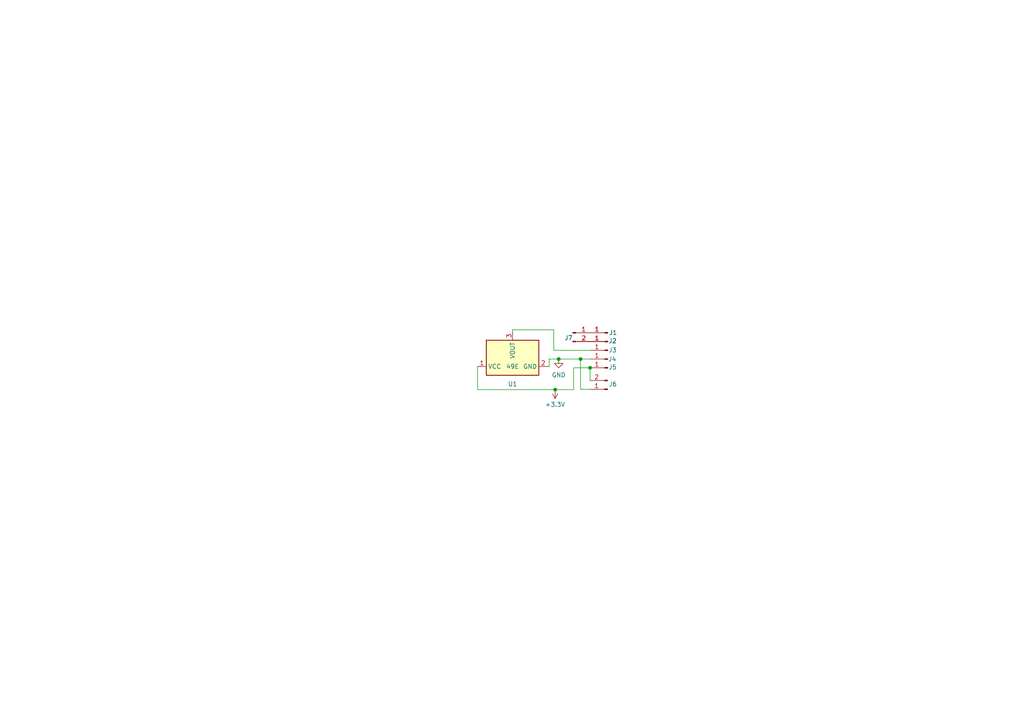
<source format=kicad_sch>
(kicad_sch (version 20230121) (generator eeschema)
  (paper "A4")
  (lib_symbols
    (symbol "Connector:Conn_01x01_Pin" (pin_names (offset 1.016) hide)
      (property "Reference" "J" (at 0 2.54 0))
      (property "Value" "Conn_01x01_Pin" (at 0 -2.54 0))
      (symbol "Conn_01x01_Pin_1_1"
        (polyline (pts (xy 1.27 0) (xy 0.8636 0)) (stroke (width 0.1524)))
        (rectangle (start 0.8636 0.127) (end 0 -0.127) (stroke (width 0.1524)) (fill (type outline)))
        (pin passive line (at 5.08 0 180) (length 3.81) (name "Pin_1") (number "1"))
      )
    )
    (symbol "Connector:Conn_01x02_Pin" (pin_names (offset 1.016) hide)
      (property "Reference" "J" (at 0 2.54 0))
      (property "Value" "Conn_01x02_Pin" (at 0 -5.08 0))
      (symbol "Conn_01x02_Pin_1_1"
        (polyline (pts (xy 1.27 -2.54) (xy 0.8636 -2.54)) (stroke (width 0.1524)))
        (polyline (pts (xy 1.27 0) (xy 0.8636 0)) (stroke (width 0.1524)))
        (rectangle (start 0.8636 -2.413) (end 0 -2.667) (stroke (width 0.1524)) (fill (type outline)))
        (rectangle (start 0.8636 0.127) (end 0 -0.127) (stroke (width 0.1524)) (fill (type outline)))
        (pin passive line (at 5.08 0 180) (length 3.81) (name "Pin_1") (number "1"))
        (pin passive line (at 5.08 -2.54 180) (length 3.81) (name "Pin_2") (number "2"))
      )
    )
    (symbol "Sensor_Magnetic:A1301KUA-T"
      (property "Reference" "U" (at 0 11.43 0))
      (property "Value" "A1301KUA-T" (at 0 8.89 0))
      (symbol "A1301KUA-T_0_1"
        (rectangle (start -5.08 7.62) (end 5.08 -7.62) (stroke (width 0.254)) (fill (type background)))
      )
      (symbol "A1301KUA-T_1_1"
        (pin power_in line (at -2.54 10.16 270) (length 2.54) (name "VCC") (number "1"))
        (pin power_in line (at -2.54 -10.16 90) (length 2.54) (name "GND") (number "2"))
        (pin output line (at 7.62 0 180) (length 2.54) (name "VOUT") (number "3"))
      )
    )
    (symbol "power:+3.3V" (power) (pin_names (offset 0))
      (property "Value" "+3.3V" (at 0 3.556 0))
      (symbol "+3.3V_0_1"
        (polyline (pts (xy -0.762 1.27) (xy 0 2.54)))
        (polyline (pts (xy 0 0) (xy 0 2.54)))
        (polyline (pts (xy 0 2.54) (xy 0.762 1.27)))
      )
      (symbol "+3.3V_1_1"
        (pin power_in line (at 0 0 90) (length 0) hide (name "+3.3V") (number "1"))
      )
    )
    (symbol "power:GND" (power) (pin_names (offset 0))
      (property "Value" "GND" (at 0 -3.81 0))
      (symbol "GND_0_1"
        (polyline (pts (xy 0 0) (xy 0 -1.27) (xy 1.27 -1.27) (xy 0 -2.54) (xy -1.27 -1.27) (xy 0 -1.27)))
      )
      (symbol "GND_1_1"
        (pin power_in line (at 0 0 270) (length 0) hide (name "GND") (number "1"))
      )
    )
  )
  (junction (at 171.1452 106.68))
  (junction (at 162.052 104.14))
  (junction (at 168.3766 104.14))
  (junction (at 161.0106 113.0046))
  (wire (pts (xy 171.1452 106.68) (xy 171.2214 106.68)))
  (wire (pts (xy 148.6662 95.6564) (xy 160.6042 95.6564)))
  (wire (pts (xy 159.2834 106.2736) (xy 159.2834 104.1146)))
  (wire (pts (xy 159.3342 104.1146) (xy 159.3342 104.14)))
  (wire (pts (xy 148.6662 95.6564) (xy 148.6662 96.139)))
  (wire (pts (xy 138.5062 113.0046) (xy 161.0106 113.0046)))
  (wire (pts (xy 159.3342 104.14) (xy 162.052 104.14)))
  (wire (pts (xy 171.1452 112.903) (xy 168.3766 112.903)))
  (wire (pts (xy 166.37 106.68) (xy 171.1452 106.68)))
  (wire (pts (xy 166.37 106.68) (xy 166.37 113.0046)))
  (wire (pts (xy 138.5062 113.0046) (xy 138.5062 106.299)))
  (wire (pts (xy 160.6042 95.6564) (xy 160.6042 101.6)))
  (wire (pts (xy 160.6042 101.6) (xy 171.2214 101.6)))
  (wire (pts (xy 168.3766 104.14) (xy 171.2214 104.14)))
  (wire (pts (xy 159.258 106.2736) (xy 159.258 106.299)))
  (wire (pts (xy 161.0106 113.0046) (xy 166.37 113.0046)))
  (wire (pts (xy 159.258 106.2736) (xy 159.2834 106.2736)))
  (wire (pts (xy 159.258 106.299) (xy 158.8262 106.299)))
  (wire (pts (xy 171.1452 106.68) (xy 171.1452 110.363)))
  (wire (pts (xy 162.052 104.14) (xy 168.3766 104.14)))
  (wire (pts (xy 159.2834 104.1146) (xy 159.3342 104.1146)))
  (wire (pts (xy 168.3766 112.903) (xy 168.3766 104.14)))
  (symbol (lib_id "power:GND") (at 162.052 104.14 0) (unit 1)
    (property "Reference" "#PWR02" (effects hide))
    (property "Value" "GND" (at 162.052 108.7628 0))
  )
  (symbol (lib_id "Connector:Conn_01x01_Pin") (at 176.3014 96.52 180) (unit 1)
    (property "Reference" "J1" (at 177.8254 96.4946 0))
    (property "Value" "Conn_01x01_Pin" (effects hide))
    (property "Footprint" "Lötkontakt:Pin_D2.0mm_L3.0mm_FlatFork" (effects hide))
  )
  (symbol (lib_id "Connector:Conn_01x02_Pin") (at 176.2252 112.903 180) (unit 1)
    (property "Reference" "J6" (at 176.5554 111.4044 0) (effects (justify right)))
    (property "Value" "Conn_01x02_Pin" (effects hide))
    (property "Footprint" "Connector_PinHeader_2.54mm:PinHeader_1x02_P2.54mm_Vertical" (effects hide))
  )
  (symbol (lib_id "Connector:Conn_01x01_Pin") (at 176.3014 99.06 180) (unit 1)
    (property "Reference" "J2" (at 177.6984 98.8822 0))
    (property "Value" "Conn_01x01_Pin" (effects hide))
    (property "Footprint" "Lötkontakt:Pin_D2.0mm_L3.0mm_FlatFork" (effects hide))
  )
  (symbol (lib_id "Connector:Conn_01x01_Pin") (at 176.3014 104.14 180) (unit 1)
    (property "Reference" "J4" (at 177.5968 104.1654 0))
    (property "Value" "Conn_01x01_Pin" (effects hide))
    (property "Footprint" "Lötkontakt:Pin_D2.0mm_L3.0mm_FlatFork" (effects hide))
  )
  (symbol (lib_id "Connector:Conn_01x01_Pin") (at 176.3014 101.6 180) (unit 1)
    (property "Reference" "J3" (at 177.6984 101.5492 0))
    (property "Value" "Conn_01x01_Pin" (effects hide))
    (property "Footprint" "Lötkontakt:Pin_D2.0mm_L3.0mm_FlatFork" (effects hide))
  )
  (symbol (lib_id "Sensor_Magnetic:A1301KUA-T") (at 148.6662 103.759 90) (unit 1)
    (property "Reference" "U1" (at 148.6662 111.379 90))
    (property "Value" "49E" (at 148.6662 106.299 90))
    (property "Footprint" "Package_TO_SOT_THT:TO-92S" (effects hide))
    (property "Datasheet" "http://www.allegromicro.com/~/media/Files/Datasheets/A1301-2-Datasheet.ashx" (effects hide))
  )
  (symbol (lib_id "power:+3.3V") (at 161.0106 113.0046 180) (unit 1)
    (property "Reference" "#PWR01" (effects hide))
    (property "Value" "+3.3V" (at 161.0106 117.3226 0))
  )
  (symbol (lib_id "Connector:Conn_01x01_Pin") (at 176.3014 106.68 180) (unit 1)
    (property "Reference" "J5" (at 177.6984 106.5022 0))
    (property "Value" "Conn_01x01_Pin" (effects hide))
    (property "Footprint" "Lötkontakt:Pin_D2.0mm_L3.0mm_FlatFork" (effects hide))
  )
  (symbol (lib_id "Connector:Conn_01x02_Pin") (at 166.1414 96.52 0) (unit 1)
    (property "Reference" "J7" (at 164.9222 97.9932 0))
    (property "Value" "Conn_01x02_Pin" (effects hide))
    (property "Footprint" "Connector_PinHeader_2.54mm:PinHeader_1x02_P2.54mm_Vertical" (effects hide))
  )
)
</source>
